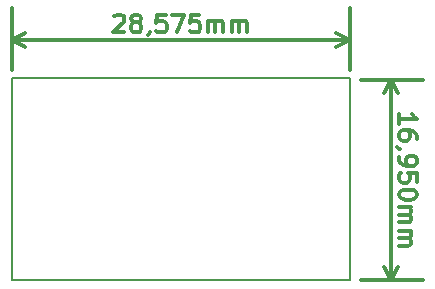
<source format=gbr>
G04 #@! TF.FileFunction,Other,ECO2*
%FSLAX46Y46*%
G04 Gerber Fmt 4.6, Leading zero omitted, Abs format (unit mm)*
G04 Created by KiCad (PCBNEW 4.0.0-rc1-stable) date 30/11/2015 17:14:41*
%MOMM*%
G01*
G04 APERTURE LIST*
%ADD10C,0.100000*%
%ADD11C,0.300000*%
%ADD12C,0.150000*%
G04 APERTURE END LIST*
D10*
D11*
X162949644Y-99571429D02*
X163021073Y-99500000D01*
X163163930Y-99428571D01*
X163521073Y-99428571D01*
X163663930Y-99500000D01*
X163735359Y-99571429D01*
X163806787Y-99714286D01*
X163806787Y-99857143D01*
X163735359Y-100071429D01*
X162878216Y-100928571D01*
X163806787Y-100928571D01*
X164663930Y-100071429D02*
X164521072Y-100000000D01*
X164449644Y-99928571D01*
X164378215Y-99785714D01*
X164378215Y-99714286D01*
X164449644Y-99571429D01*
X164521072Y-99500000D01*
X164663930Y-99428571D01*
X164949644Y-99428571D01*
X165092501Y-99500000D01*
X165163930Y-99571429D01*
X165235358Y-99714286D01*
X165235358Y-99785714D01*
X165163930Y-99928571D01*
X165092501Y-100000000D01*
X164949644Y-100071429D01*
X164663930Y-100071429D01*
X164521072Y-100142857D01*
X164449644Y-100214286D01*
X164378215Y-100357143D01*
X164378215Y-100642857D01*
X164449644Y-100785714D01*
X164521072Y-100857143D01*
X164663930Y-100928571D01*
X164949644Y-100928571D01*
X165092501Y-100857143D01*
X165163930Y-100785714D01*
X165235358Y-100642857D01*
X165235358Y-100357143D01*
X165163930Y-100214286D01*
X165092501Y-100142857D01*
X164949644Y-100071429D01*
X165949643Y-100857143D02*
X165949643Y-100928571D01*
X165878215Y-101071429D01*
X165806786Y-101142857D01*
X167306787Y-99428571D02*
X166592501Y-99428571D01*
X166521072Y-100142857D01*
X166592501Y-100071429D01*
X166735358Y-100000000D01*
X167092501Y-100000000D01*
X167235358Y-100071429D01*
X167306787Y-100142857D01*
X167378215Y-100285714D01*
X167378215Y-100642857D01*
X167306787Y-100785714D01*
X167235358Y-100857143D01*
X167092501Y-100928571D01*
X166735358Y-100928571D01*
X166592501Y-100857143D01*
X166521072Y-100785714D01*
X167878215Y-99428571D02*
X168878215Y-99428571D01*
X168235358Y-100928571D01*
X170163929Y-99428571D02*
X169449643Y-99428571D01*
X169378214Y-100142857D01*
X169449643Y-100071429D01*
X169592500Y-100000000D01*
X169949643Y-100000000D01*
X170092500Y-100071429D01*
X170163929Y-100142857D01*
X170235357Y-100285714D01*
X170235357Y-100642857D01*
X170163929Y-100785714D01*
X170092500Y-100857143D01*
X169949643Y-100928571D01*
X169592500Y-100928571D01*
X169449643Y-100857143D01*
X169378214Y-100785714D01*
X170878214Y-100928571D02*
X170878214Y-99928571D01*
X170878214Y-100071429D02*
X170949642Y-100000000D01*
X171092500Y-99928571D01*
X171306785Y-99928571D01*
X171449642Y-100000000D01*
X171521071Y-100142857D01*
X171521071Y-100928571D01*
X171521071Y-100142857D02*
X171592500Y-100000000D01*
X171735357Y-99928571D01*
X171949642Y-99928571D01*
X172092500Y-100000000D01*
X172163928Y-100142857D01*
X172163928Y-100928571D01*
X172878214Y-100928571D02*
X172878214Y-99928571D01*
X172878214Y-100071429D02*
X172949642Y-100000000D01*
X173092500Y-99928571D01*
X173306785Y-99928571D01*
X173449642Y-100000000D01*
X173521071Y-100142857D01*
X173521071Y-100928571D01*
X173521071Y-100142857D02*
X173592500Y-100000000D01*
X173735357Y-99928571D01*
X173949642Y-99928571D01*
X174092500Y-100000000D01*
X174163928Y-100142857D01*
X174163928Y-100928571D01*
X182880000Y-101600000D02*
X154305000Y-101600000D01*
X182880000Y-104140000D02*
X182880000Y-98900000D01*
X154305000Y-104140000D02*
X154305000Y-98900000D01*
X154305000Y-101600000D02*
X155431504Y-101013579D01*
X154305000Y-101600000D02*
X155431504Y-102186421D01*
X182880000Y-101600000D02*
X181753496Y-101013579D01*
X182880000Y-101600000D02*
X181753496Y-102186421D01*
X187076282Y-108659350D02*
X187076282Y-107802207D01*
X187076282Y-108230779D02*
X188576282Y-108230779D01*
X188361996Y-108087922D01*
X188219139Y-107945064D01*
X188147710Y-107802207D01*
X188576282Y-109945064D02*
X188576282Y-109659350D01*
X188504853Y-109516493D01*
X188433424Y-109445064D01*
X188219139Y-109302207D01*
X187933424Y-109230778D01*
X187361996Y-109230778D01*
X187219139Y-109302207D01*
X187147710Y-109373635D01*
X187076282Y-109516493D01*
X187076282Y-109802207D01*
X187147710Y-109945064D01*
X187219139Y-110016493D01*
X187361996Y-110087921D01*
X187719139Y-110087921D01*
X187861996Y-110016493D01*
X187933424Y-109945064D01*
X188004853Y-109802207D01*
X188004853Y-109516493D01*
X187933424Y-109373635D01*
X187861996Y-109302207D01*
X187719139Y-109230778D01*
X187147710Y-110802206D02*
X187076282Y-110802206D01*
X186933424Y-110730778D01*
X186861996Y-110659349D01*
X187076282Y-111516492D02*
X187076282Y-111802207D01*
X187147710Y-111945064D01*
X187219139Y-112016492D01*
X187433424Y-112159350D01*
X187719139Y-112230778D01*
X188290567Y-112230778D01*
X188433424Y-112159350D01*
X188504853Y-112087921D01*
X188576282Y-111945064D01*
X188576282Y-111659350D01*
X188504853Y-111516492D01*
X188433424Y-111445064D01*
X188290567Y-111373635D01*
X187933424Y-111373635D01*
X187790567Y-111445064D01*
X187719139Y-111516492D01*
X187647710Y-111659350D01*
X187647710Y-111945064D01*
X187719139Y-112087921D01*
X187790567Y-112159350D01*
X187933424Y-112230778D01*
X188576282Y-113587921D02*
X188576282Y-112873635D01*
X187861996Y-112802206D01*
X187933424Y-112873635D01*
X188004853Y-113016492D01*
X188004853Y-113373635D01*
X187933424Y-113516492D01*
X187861996Y-113587921D01*
X187719139Y-113659349D01*
X187361996Y-113659349D01*
X187219139Y-113587921D01*
X187147710Y-113516492D01*
X187076282Y-113373635D01*
X187076282Y-113016492D01*
X187147710Y-112873635D01*
X187219139Y-112802206D01*
X188576282Y-114587920D02*
X188576282Y-114730777D01*
X188504853Y-114873634D01*
X188433424Y-114945063D01*
X188290567Y-115016492D01*
X188004853Y-115087920D01*
X187647710Y-115087920D01*
X187361996Y-115016492D01*
X187219139Y-114945063D01*
X187147710Y-114873634D01*
X187076282Y-114730777D01*
X187076282Y-114587920D01*
X187147710Y-114445063D01*
X187219139Y-114373634D01*
X187361996Y-114302206D01*
X187647710Y-114230777D01*
X188004853Y-114230777D01*
X188290567Y-114302206D01*
X188433424Y-114373634D01*
X188504853Y-114445063D01*
X188576282Y-114587920D01*
X187076282Y-115730777D02*
X188076282Y-115730777D01*
X187933424Y-115730777D02*
X188004853Y-115802205D01*
X188076282Y-115945063D01*
X188076282Y-116159348D01*
X188004853Y-116302205D01*
X187861996Y-116373634D01*
X187076282Y-116373634D01*
X187861996Y-116373634D02*
X188004853Y-116445063D01*
X188076282Y-116587920D01*
X188076282Y-116802205D01*
X188004853Y-116945063D01*
X187861996Y-117016491D01*
X187076282Y-117016491D01*
X187076282Y-117730777D02*
X188076282Y-117730777D01*
X187933424Y-117730777D02*
X188004853Y-117802205D01*
X188076282Y-117945063D01*
X188076282Y-118159348D01*
X188004853Y-118302205D01*
X187861996Y-118373634D01*
X187076282Y-118373634D01*
X187861996Y-118373634D02*
X188004853Y-118445063D01*
X188076282Y-118587920D01*
X188076282Y-118802205D01*
X188004853Y-118945063D01*
X187861996Y-119016491D01*
X187076282Y-119016491D01*
X186404853Y-104970127D02*
X186404853Y-121920000D01*
X183864853Y-104970127D02*
X189104853Y-104970127D01*
X183864853Y-121920000D02*
X189104853Y-121920000D01*
X186404853Y-121920000D02*
X185818432Y-120793496D01*
X186404853Y-121920000D02*
X186991274Y-120793496D01*
X186404853Y-104970127D02*
X185818432Y-106096631D01*
X186404853Y-104970127D02*
X186991274Y-106096631D01*
D12*
X154305000Y-104775000D02*
X154305000Y-121920000D01*
X182880000Y-104775000D02*
X154305000Y-104775000D01*
X182880000Y-121920000D02*
X182880000Y-104775000D01*
X154305000Y-121920000D02*
X182880000Y-121920000D01*
M02*

</source>
